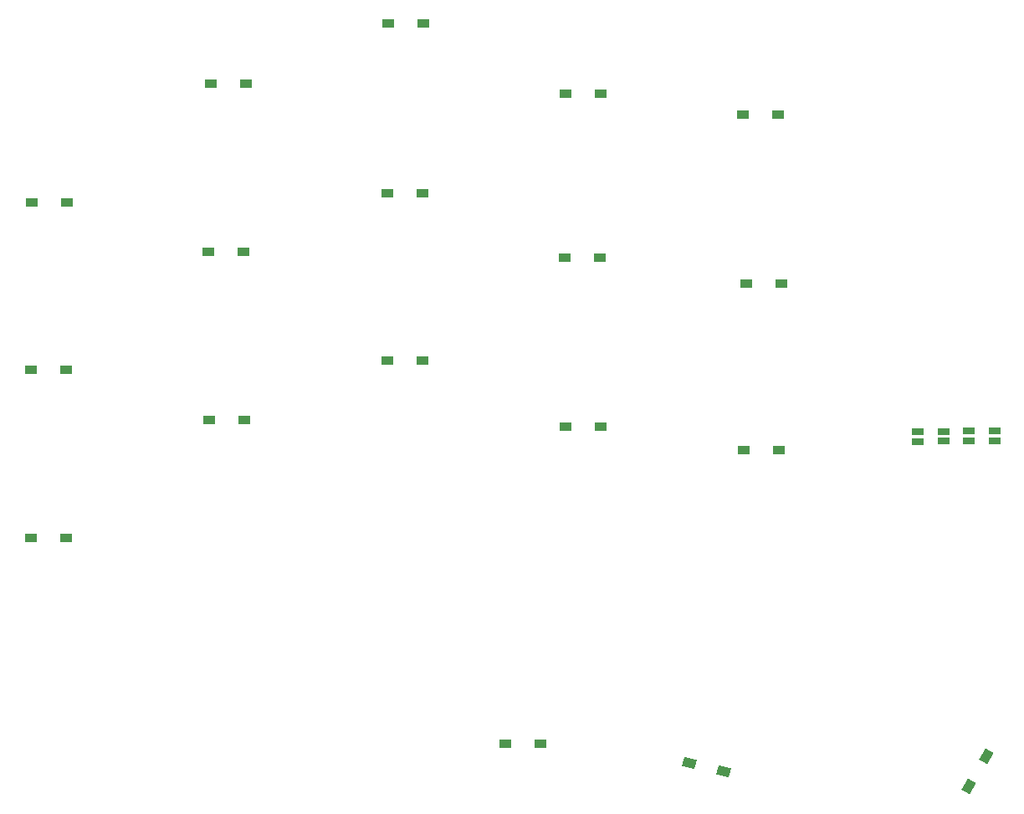
<source format=gbp>
G04 #@! TF.GenerationSoftware,KiCad,Pcbnew,6.99.0-a9ca49a600~144~ubuntu20.04.1*
G04 #@! TF.CreationDate,2021-12-27T10:09:16+02:00*
G04 #@! TF.ProjectId,chocofi,63686f63-6f66-4692-9e6b-696361645f70,2.1*
G04 #@! TF.SameCoordinates,Original*
G04 #@! TF.FileFunction,Paste,Bot*
G04 #@! TF.FilePolarity,Positive*
%FSLAX46Y46*%
G04 Gerber Fmt 4.6, Leading zero omitted, Abs format (unit mm)*
G04 Created by KiCad (PCBNEW 6.99.0-a9ca49a600~144~ubuntu20.04.1) date 2021-12-27 10:09:16*
%MOMM*%
%LPD*%
G01*
G04 APERTURE LIST*
G04 Aperture macros list*
%AMRotRect*
0 Rectangle, with rotation*
0 The origin of the aperture is its center*
0 $1 length*
0 $2 width*
0 $3 Rotation angle, in degrees counterclockwise*
0 Add horizontal line*
21,1,$1,$2,0,0,$3*%
G04 Aperture macros list end*
%ADD10R,1.300000X0.950000*%
%ADD11RotRect,1.300000X0.950000X345.000000*%
%ADD12RotRect,1.300000X0.950000X60.000000*%
%ADD13R,1.143000X0.635000*%
G04 APERTURE END LIST*
D10*
X84229400Y-64312800D03*
X87779400Y-64312800D03*
X102314200Y-52273200D03*
X105864200Y-52273200D03*
X120297400Y-46228000D03*
X123847400Y-46228000D03*
X138229800Y-53289200D03*
X141779800Y-53289200D03*
X156213000Y-55422800D03*
X159763000Y-55422800D03*
X84127800Y-81229200D03*
X87677800Y-81229200D03*
X102111000Y-69342000D03*
X105661000Y-69342000D03*
X120195800Y-63347600D03*
X123745800Y-63347600D03*
X138179000Y-69900800D03*
X141729000Y-69900800D03*
X156517800Y-72491600D03*
X160067800Y-72491600D03*
X84127800Y-98247200D03*
X87677800Y-98247200D03*
X102212600Y-86309200D03*
X105762600Y-86309200D03*
X120195800Y-80314800D03*
X123745800Y-80314800D03*
X138280600Y-86969600D03*
X141830600Y-86969600D03*
X156314600Y-89357200D03*
X159864600Y-89357200D03*
X132184600Y-119075200D03*
X135734600Y-119075200D03*
D11*
X150799764Y-121001192D03*
X154228800Y-121920000D03*
D12*
X179070666Y-123432630D03*
X180845666Y-120358240D03*
D13*
X176480000Y-87478020D03*
X176480000Y-88478780D03*
X173930000Y-87507620D03*
X173930000Y-88508380D03*
X181640000Y-87428020D03*
X181640000Y-88428780D03*
X179060000Y-87448020D03*
X179060000Y-88448780D03*
M02*

</source>
